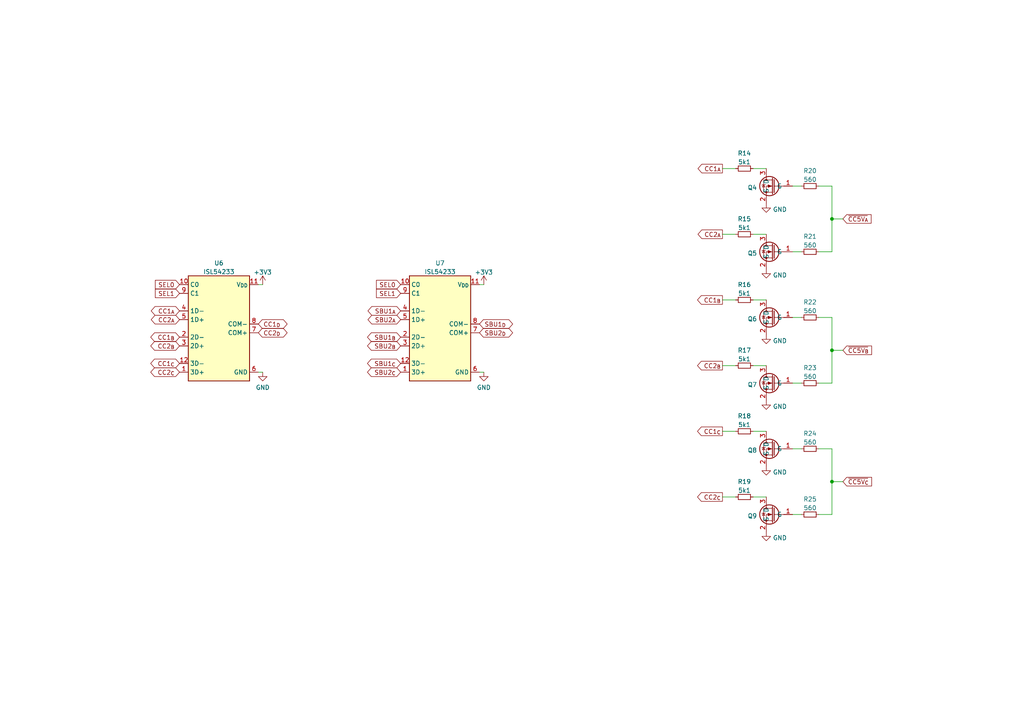
<source format=kicad_sch>
(kicad_sch (version 20211123) (generator eeschema)
  (paper "A4")
  (lib_symbols
    (symbol "Device:R_Small" (pin_numbers hide) (pin_names (offset 0.254) hide)
      (property "Reference" "R" (at 0.762 0.508 0))
      (property "Value" "R_Small" (at 0.762 -1.016 0))
      (symbol "R_Small_0_1"
        (rectangle (start -0.762 1.778) (end 0.762 -1.778) (stroke (width 0.2032)))
      )
      (symbol "R_Small_1_1"
        (pin passive line (at 0 2.54 270) (length 0.762) (name "~") (number "1"))
        (pin passive line (at 0 -2.54 90) (length 0.762) (name "~") (number "2"))
      )
    )
    (symbol "phq_IC:BSS139"
      (property "Reference" "Q" (at -5.08 5.08 0))
      (property "Value" "BSS139" (at 0 -3.81 0))
      (symbol "BSS139_0_1"
        (circle (center -1.778 0) (radius 0.254) (fill (type outline)))
        (polyline (pts (xy 0 2.286) (xy 0 5.08)))
        (polyline (pts (xy 1.905 2.286) (xy -1.905 2.286)) (stroke (width 0.254)))
        (polyline (pts (xy 2.286 1.778) (xy -2.286 1.778)) (stroke (width 0.254)))
        (polyline (pts (xy 2.54 0) (xy 1.778 0)))
        (polyline (pts (xy -2.54 0) (xy 0 0) (xy 0 1.778)))
        (polyline (pts (xy -1.778 1.778) (xy -1.778 -0.762) (xy 1.778 -0.762) (xy 1.778 1.778)))
        (polyline (pts (xy 0 1.524) (xy 0.381 0.508) (xy -0.381 0.508) (xy 0 1.524)) (fill (type outline)))
        (polyline (pts (xy 0.381 -0.762) (xy -0.254 -0.381) (xy -0.254 -1.143) (xy 0.381 -0.762)))
        (polyline (pts (xy 0.508 -0.254) (xy 0.381 -0.381) (xy 0.381 -1.143) (xy 0.254 -1.27)))
        (circle (center 0 0.889) (radius 2.794) (stroke (width 0.254)))
        (circle (center 1.778 0) (radius 0.254) (fill (type outline)))
      )
      (symbol "BSS139_1_1"
        (pin input line (at 0 7.62 270) (length 2.54) (name "G") (number "1"))
        (pin passive line (at -5.08 0 0) (length 2.54) (name "S") (number "2"))
        (pin passive line (at 5.08 0 180) (length 2.54) (name "D") (number "3"))
      )
    )
    (symbol "phq_IC:ISL54233"
      (property "Reference" "U" (at 0 16.51 0))
      (property "Value" "ISL54233" (at 0 -16.51 0))
      (symbol "ISL54233_0_1"
        (rectangle (start -8.89 15.24) (end 8.89 -15.24) (stroke (width 0.254)) (fill (type background)))
      )
      (symbol "ISL54233_1_1"
        (pin bidirectional line (at 11.43 -12.7 180) (length 2.54) (name "3D+") (number "1"))
        (pin input line (at 11.43 12.7 180) (length 2.54) (name "C0") (number "10"))
        (pin power_in line (at -11.43 12.7 0) (length 2.54) (name "V_{DD}") (number "11"))
        (pin bidirectional line (at 11.43 -10.16 180) (length 2.54) (name "3D-") (number "12"))
        (pin bidirectional line (at 11.43 -2.54 180) (length 2.54) (name "2D-") (number "2"))
        (pin bidirectional line (at 11.43 -5.08 180) (length 2.54) (name "2D+") (number "3"))
        (pin bidirectional line (at 11.43 5.08 180) (length 2.54) (name "1D-") (number "4"))
        (pin bidirectional line (at 11.43 2.54 180) (length 2.54) (name "1D+") (number "5"))
        (pin power_in line (at -11.43 -12.7 0) (length 2.54) (name "GND") (number "6"))
        (pin bidirectional line (at -11.43 -1.27 0) (length 2.54) (name "COM+") (number "7"))
        (pin bidirectional line (at -11.43 1.27 0) (length 2.54) (name "COM-") (number "8"))
        (pin input line (at 11.43 10.16 180) (length 2.54) (name "C1") (number "9"))
        (pin power_in line (at -11.43 -12.7 0) (length 2.54) hide (name "EP") (number "EP"))
      )
    )
    (symbol "power:+3V3" (power) (pin_names (offset 0))
      (property "Value" "+3V3" (at 0 3.556 0))
      (symbol "+3V3_0_1"
        (polyline (pts (xy -0.762 1.27) (xy 0 2.54)))
        (polyline (pts (xy 0 0) (xy 0 2.54)))
        (polyline (pts (xy 0 2.54) (xy 0.762 1.27)))
      )
      (symbol "+3V3_1_1"
        (pin power_in line (at 0 0 90) (length 0) hide (name "+3V3") (number "1"))
      )
    )
    (symbol "power:GND" (power) (pin_names (offset 0))
      (property "Value" "GND" (at 0 -3.81 0))
      (symbol "GND_0_1"
        (polyline (pts (xy 0 0) (xy 0 -1.27) (xy 1.27 -1.27) (xy 0 -2.54) (xy -1.27 -1.27) (xy 0 -1.27)))
      )
      (symbol "GND_1_1"
        (pin power_in line (at 0 0 270) (length 0) hide (name "GND") (number "1"))
      )
    )
  )
  (junction (at 241.3 63.5))
  (junction (at 241.3 139.7))
  (junction (at 241.3 101.6))
  (wire (pts (xy 237.49 53.975) (xy 241.3 53.975)))
  (wire (pts (xy 218.44 86.995) (xy 222.25 86.995)))
  (wire (pts (xy 241.3 53.975) (xy 241.3 63.5)))
  (wire (pts (xy 209.55 144.145) (xy 213.36 144.145)))
  (wire (pts (xy 237.49 111.125) (xy 241.3 111.125)))
  (wire (pts (xy 241.3 92.075) (xy 241.3 101.6)))
  (wire (pts (xy 229.87 92.075) (xy 232.41 92.075)))
  (wire (pts (xy 218.44 48.895) (xy 222.25 48.895)))
  (wire (pts (xy 241.3 63.5) (xy 241.3 73.025)))
  (wire (pts (xy 218.44 144.145) (xy 222.25 144.145)))
  (wire (pts (xy 209.55 67.945) (xy 213.36 67.945)))
  (wire (pts (xy 241.3 101.6) (xy 244.475 101.6)))
  (wire (pts (xy 209.55 106.045) (xy 213.36 106.045)))
  (wire (pts (xy 241.3 139.7) (xy 244.475 139.7)))
  (wire (pts (xy 241.3 101.6) (xy 241.3 111.125)))
  (wire (pts (xy 218.44 125.095) (xy 222.25 125.095)))
  (wire (pts (xy 241.3 149.225) (xy 237.49 149.225)))
  (wire (pts (xy 232.41 149.225) (xy 229.87 149.225)))
  (wire (pts (xy 237.49 73.025) (xy 241.3 73.025)))
  (wire (pts (xy 229.87 130.175) (xy 232.41 130.175)))
  (wire (pts (xy 229.87 111.125) (xy 232.41 111.125)))
  (wire (pts (xy 209.55 125.095) (xy 213.36 125.095)))
  (wire (pts (xy 241.3 130.175) (xy 241.3 139.7)))
  (wire (pts (xy 241.3 63.5) (xy 244.475 63.5)))
  (wire (pts (xy 139.065 82.55) (xy 140.335 82.55)))
  (wire (pts (xy 209.55 86.995) (xy 213.36 86.995)))
  (wire (pts (xy 237.49 92.075) (xy 241.3 92.075)))
  (wire (pts (xy 218.44 67.945) (xy 222.25 67.945)))
  (wire (pts (xy 229.87 53.975) (xy 232.41 53.975)))
  (wire (pts (xy 139.065 107.95) (xy 140.335 107.95)))
  (wire (pts (xy 218.44 106.045) (xy 222.25 106.045)))
  (wire (pts (xy 74.93 107.95) (xy 76.2 107.95)))
  (wire (pts (xy 229.87 73.025) (xy 232.41 73.025)))
  (wire (pts (xy 237.49 130.175) (xy 241.3 130.175)))
  (wire (pts (xy 209.55 48.895) (xy 213.36 48.895)))
  (wire (pts (xy 241.3 139.7) (xy 241.3 149.225)))
  (wire (pts (xy 74.93 82.55) (xy 76.2 82.55)))
  (global_label "~{CC5V_{A}}" (shape input) (at 244.475 63.5 0) (property "Intersheet References" "${INTERSHEET_REFS}" (effects hide)))
  (global_label "SBU1_{C}" (shape bidirectional) (at 116.205 105.41 180) (property "Intersheet References" "${INTERSHEET_REFS}" (effects hide)))
  (global_label "CC1_{C}" (shape output) (at 209.55 125.095 180) (property "Intersheet References" "${INTERSHEET_REFS}" (effects hide)))
  (global_label "CC2_{B}" (shape bidirectional) (at 52.07 100.33 180) (property "Intersheet References" "${INTERSHEET_REFS}" (effects hide)))
  (global_label "SBU2_{B}" (shape bidirectional) (at 116.205 100.33 180) (property "Intersheet References" "${INTERSHEET_REFS}" (effects hide)))
  (global_label "SBU1_{A}" (shape bidirectional) (at 116.205 90.17 180) (property "Intersheet References" "${INTERSHEET_REFS}" (effects hide)))
  (global_label "SBU1_{D}" (shape bidirectional) (at 139.065 93.98 0) (property "Intersheet References" "${INTERSHEET_REFS}" (effects hide)))
  (global_label "CC2_{C}" (shape bidirectional) (at 52.07 107.95 180) (property "Intersheet References" "${INTERSHEET_REFS}" (effects hide)))
  (global_label "SEL1" (shape input) (at 116.205 85.09 180) (property "Intersheet References" "${INTERSHEET_REFS}" (effects hide)))
  (global_label "CC2_{A}" (shape bidirectional) (at 52.07 92.71 180) (property "Intersheet References" "${INTERSHEET_REFS}" (effects hide)))
  (global_label "SEL1" (shape input) (at 52.07 85.09 180) (property "Intersheet References" "${INTERSHEET_REFS}" (effects hide)))
  (global_label "CC1_{B}" (shape output) (at 209.55 86.995 180) (property "Intersheet References" "${INTERSHEET_REFS}" (effects hide)))
  (global_label "CC1_{D}" (shape bidirectional) (at 74.93 93.98 0) (property "Intersheet References" "${INTERSHEET_REFS}" (effects hide)))
  (global_label "SBU2_{C}" (shape bidirectional) (at 116.205 107.95 180) (property "Intersheet References" "${INTERSHEET_REFS}" (effects hide)))
  (global_label "~{CC5V_{C}}" (shape input) (at 244.475 139.7 0) (property "Intersheet References" "${INTERSHEET_REFS}" (effects hide)))
  (global_label "SBU1_{B}" (shape bidirectional) (at 116.205 97.79 180) (property "Intersheet References" "${INTERSHEET_REFS}" (effects hide)))
  (global_label "SEL0" (shape input) (at 52.07 82.55 180) (property "Intersheet References" "${INTERSHEET_REFS}" (effects hide)))
  (global_label "CC1_{C}" (shape bidirectional) (at 52.07 105.41 180) (property "Intersheet References" "${INTERSHEET_REFS}" (effects hide)))
  (global_label "CC1_{A}" (shape output) (at 209.55 48.895 180) (property "Intersheet References" "${INTERSHEET_REFS}" (effects hide)))
  (global_label "CC2_{A}" (shape output) (at 209.55 67.945 180) (property "Intersheet References" "${INTERSHEET_REFS}" (effects hide)))
  (global_label "CC1_{A}" (shape bidirectional) (at 52.07 90.17 180) (property "Intersheet References" "${INTERSHEET_REFS}" (effects hide)))
  (global_label "SEL0" (shape input) (at 116.205 82.55 180) (property "Intersheet References" "${INTERSHEET_REFS}" (effects hide)))
  (global_label "SBU2_{A}" (shape bidirectional) (at 116.205 92.71 180) (property "Intersheet References" "${INTERSHEET_REFS}" (effects hide)))
  (global_label "CC2_{D}" (shape bidirectional) (at 74.93 96.52 0) (property "Intersheet References" "${INTERSHEET_REFS}" (effects hide)))
  (global_label "CC1_{B}" (shape bidirectional) (at 52.07 97.79 180) (property "Intersheet References" "${INTERSHEET_REFS}" (effects hide)))
  (global_label "CC2_{B}" (shape output) (at 209.55 106.045 180) (property "Intersheet References" "${INTERSHEET_REFS}" (effects hide)))
  (global_label "SBU2_{D}" (shape bidirectional) (at 139.065 96.52 0) (property "Intersheet References" "${INTERSHEET_REFS}" (effects hide)))
  (global_label "~{CC5V_{B}}" (shape input) (at 244.475 101.6 0) (property "Intersheet References" "${INTERSHEET_REFS}" (effects hide)))
  (global_label "CC2_{C}" (shape output) (at 209.55 144.145 180) (property "Intersheet References" "${INTERSHEET_REFS}" (effects hide)))
  (symbol (lib_id "Device:R_Small") (at 234.95 149.225 90) (unit 1)
    (property "Reference" "R25" (at 234.95 144.7886 90))
    (property "Value" "560" (at 234.95 147.3255 90))
  )
  (symbol (lib_id "power:GND") (at 140.335 107.95 0) (unit 1)
    (property "Reference" "#PWR057" (effects hide))
    (property "Value" "GND" (at 140.335 112.3934 0))
  )
  (symbol (lib_id "phq_IC:BSS139") (at 222.25 92.075 270) (mirror x) (unit 1)
    (property "Reference" "Q6" (at 219.583 92.5088 90) (effects (justify right)))
    (property "Value" "BSS139" (effects hide))
    (property "Footprint" "Package_TO_SOT_SMD:SOT-23" (effects hide))
    (property "Datasheet" "https://www.infineon.com/dgdl/Infineon-BSS139-DS-v01_08-en.pdf" (effects hide))
  )
  (symbol (lib_id "power:GND") (at 222.25 116.205 0) (unit 1)
    (property "Reference" "#PWR061" (effects hide))
    (property "Value" "GND" (at 224.155 117.9088 0) (effects (justify left)))
  )
  (symbol (lib_id "power:GND") (at 222.25 154.305 0) (unit 1)
    (property "Reference" "#PWR063" (effects hide))
    (property "Value" "GND" (at 224.155 156.0088 0) (effects (justify left)))
  )
  (symbol (lib_id "power:GND") (at 222.25 78.105 0) (unit 1)
    (property "Reference" "#PWR059" (effects hide))
    (property "Value" "GND" (at 224.155 79.8088 0) (effects (justify left)))
  )
  (symbol (lib_id "power:GND") (at 76.2 107.95 0) (unit 1)
    (property "Reference" "#PWR055" (effects hide))
    (property "Value" "GND" (at 76.2 112.3934 0))
  )
  (symbol (lib_id "phq_IC:BSS139") (at 222.25 111.125 270) (mirror x) (unit 1)
    (property "Reference" "Q7" (at 219.583 111.5588 90) (effects (justify right)))
    (property "Value" "BSS139" (effects hide))
    (property "Footprint" "Package_TO_SOT_SMD:SOT-23" (effects hide))
    (property "Datasheet" "https://www.infineon.com/dgdl/Infineon-BSS139-DS-v01_08-en.pdf" (effects hide))
  )
  (symbol (lib_id "Device:R_Small") (at 215.9 106.045 90) (unit 1)
    (property "Reference" "R17" (at 215.9 101.6086 90))
    (property "Value" "5k1" (at 215.9 104.1455 90))
  )
  (symbol (lib_id "Device:R_Small") (at 234.95 73.025 90) (unit 1)
    (property "Reference" "R21" (at 234.95 68.5886 90))
    (property "Value" "560" (at 234.95 71.1255 90))
  )
  (symbol (lib_id "power:+3V3") (at 140.335 82.55 0) (unit 1)
    (property "Reference" "#PWR056" (effects hide))
    (property "Value" "+3V3" (at 140.335 78.9742 0))
  )
  (symbol (lib_id "phq_IC:BSS139") (at 222.25 149.225 270) (mirror x) (unit 1)
    (property "Reference" "Q9" (at 219.583 149.6588 90) (effects (justify right)))
    (property "Value" "BSS139" (effects hide))
    (property "Footprint" "Package_TO_SOT_SMD:SOT-23" (effects hide))
    (property "Datasheet" "https://www.infineon.com/dgdl/Infineon-BSS139-DS-v01_08-en.pdf" (effects hide))
  )
  (symbol (lib_id "phq_IC:ISL54233") (at 127.635 95.25 0) (mirror y) (unit 1)
    (property "Reference" "U7" (at 127.635 76.3102 0))
    (property "Value" "ISL54233" (at 127.635 78.8471 0))
    (property "Datasheet" "https://www.renesas.com/us/en/document/dst/isl54233-datasheet" (effects hide))
  )
  (symbol (lib_id "Device:R_Small") (at 234.95 92.075 90) (unit 1)
    (property "Reference" "R22" (at 234.95 87.6386 90))
    (property "Value" "560" (at 234.95 90.1755 90))
  )
  (symbol (lib_id "phq_IC:BSS139") (at 222.25 53.975 270) (mirror x) (unit 1)
    (property "Reference" "Q4" (at 219.583 54.4088 90) (effects (justify right)))
    (property "Value" "BSS139" (effects hide))
    (property "Footprint" "Package_TO_SOT_SMD:SOT-23" (effects hide))
    (property "Datasheet" "https://www.infineon.com/dgdl/Infineon-BSS139-DS-v01_08-en.pdf" (effects hide))
  )
  (symbol (lib_id "phq_IC:ISL54233") (at 63.5 95.25 0) (mirror y) (unit 1)
    (property "Reference" "U6" (at 63.5 76.3102 0))
    (property "Value" "ISL54233" (at 63.5 78.8471 0))
    (property "Datasheet" "https://www.renesas.com/us/en/document/dst/isl54233-datasheet" (effects hide))
  )
  (symbol (lib_id "Device:R_Small") (at 234.95 111.125 90) (unit 1)
    (property "Reference" "R23" (at 234.95 106.6886 90))
    (property "Value" "560" (at 234.95 109.2255 90))
  )
  (symbol (lib_id "Device:R_Small") (at 215.9 144.145 90) (unit 1)
    (property "Reference" "R19" (at 215.9 139.7086 90))
    (property "Value" "5k1" (at 215.9 142.2455 90))
  )
  (symbol (lib_id "Device:R_Small") (at 215.9 48.895 90) (unit 1)
    (property "Reference" "R14" (at 215.9 44.4586 90))
    (property "Value" "5k1" (at 215.9 46.9955 90))
  )
  (symbol (lib_id "power:GND") (at 222.25 97.155 0) (unit 1)
    (property "Reference" "#PWR060" (effects hide))
    (property "Value" "GND" (at 224.155 98.8588 0) (effects (justify left)))
  )
  (symbol (lib_id "phq_IC:BSS139") (at 222.25 130.175 270) (mirror x) (unit 1)
    (property "Reference" "Q8" (at 219.583 130.6088 90) (effects (justify right)))
    (property "Value" "BSS139" (effects hide))
    (property "Footprint" "Package_TO_SOT_SMD:SOT-23" (effects hide))
    (property "Datasheet" "https://www.infineon.com/dgdl/Infineon-BSS139-DS-v01_08-en.pdf" (effects hide))
  )
  (symbol (lib_id "Device:R_Small") (at 234.95 53.975 90) (unit 1)
    (property "Reference" "R20" (at 234.95 49.5386 90))
    (property "Value" "560" (at 234.95 52.0755 90))
  )
  (symbol (lib_id "Device:R_Small") (at 234.95 130.175 90) (unit 1)
    (property "Reference" "R24" (at 234.95 125.7386 90))
    (property "Value" "560" (at 234.95 128.2755 90))
  )
  (symbol (lib_id "power:GND") (at 222.25 59.055 0) (unit 1)
    (property "Reference" "#PWR058" (effects hide))
    (property "Value" "GND" (at 224.155 60.7588 0) (effects (justify left)))
  )
  (symbol (lib_id "power:+3V3") (at 76.2 82.55 0) (unit 1)
    (property "Reference" "#PWR054" (effects hide))
    (property "Value" "+3V3" (at 76.2 78.9742 0))
  )
  (symbol (lib_id "Device:R_Small") (at 215.9 86.995 90) (unit 1)
    (property "Reference" "R16" (at 215.9 82.5586 90))
    (property "Value" "5k1" (at 215.9 85.0955 90))
  )
  (symbol (lib_id "power:GND") (at 222.25 135.255 0) (unit 1)
    (property "Reference" "#PWR062" (effects hide))
    (property "Value" "GND" (at 224.155 136.9588 0) (effects (justify left)))
  )
  (symbol (lib_id "Device:R_Small") (at 215.9 125.095 90) (unit 1)
    (property "Reference" "R18" (at 215.9 120.6586 90))
    (property "Value" "5k1" (at 215.9 123.1955 90))
  )
  (symbol (lib_id "Device:R_Small") (at 215.9 67.945 90) (unit 1)
    (property "Reference" "R15" (at 215.9 63.5086 90))
    (property "Value" "5k1" (at 215.9 66.0455 90))
  )
  (symbol (lib_id "phq_IC:BSS139") (at 222.25 73.025 270) (mirror x) (unit 1)
    (property "Reference" "Q5" (at 219.583 73.4588 90) (effects (justify right)))
    (property "Value" "BSS139" (effects hide))
    (property "Footprint" "Package_TO_SOT_SMD:SOT-23" (effects hide))
    (property "Datasheet" "https://www.infineon.com/dgdl/Infineon-BSS139-DS-v01_08-en.pdf" (effects hide))
  )
)
</source>
